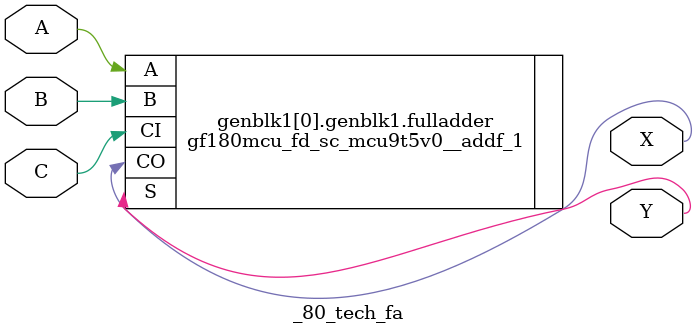
<source format=v>

(* techmap_celltype = "$fa" *)
module _80_tech_fa (A, B, C, X, Y);
  parameter WIDTH = 1;
  (* force_downto *)
    input [WIDTH-1 : 0] A, B, C;
  (* force_downto *)
    output [WIDTH-1 : 0] X, Y;
  
  parameter _TECHMAP_CONSTVAL_A_ = WIDTH'bx;
  parameter _TECHMAP_CONSTVAL_B_ = WIDTH'bx;
  parameter _TECHMAP_CONSTVAL_C_ = WIDTH'bx;
  
  genvar i;
  generate for (i = 0; i < WIDTH; i = i + 1) begin
      if (_TECHMAP_CONSTVAL_A_[i] === 1'b0 || _TECHMAP_CONSTVAL_B_[i] === 1'b0 || _TECHMAP_CONSTVAL_C_[i] === 1'b0) begin
        if (_TECHMAP_CONSTVAL_C_[i] === 1'b0) begin
          gf180mcu_fd_sc_mcu9t5v0__addh_1 halfadder_Cconst (
              .A(A[i]),
              .B(B[i]),
              .CO(X[i]), .S(Y[i])
            );
        end 
        else begin
          if (_TECHMAP_CONSTVAL_B_[i] === 1'b0) begin
            gf180mcu_fd_sc_mcu9t5v0__addh_1 halfadder_Bconst (
                .A(A[i]),
                .B(C[i]),
                .CO(X[i]), .S(Y[i])
              );
          end
          else begin
            gf180mcu_fd_sc_mcu9t5v0__addh_1 halfadder_Aconst (
                .A(B[i]),
                .B(C[i]),
                .CO(X[i]), .S(Y[i])
              );
          end
        end
      end
      else begin
        gf180mcu_fd_sc_mcu9t5v0__addf_1 fulladder (
            .A(A[i]), .B(B[i]), .CI(C[i]), .CO(X[i]), .S(Y[i])
          );
      end
    end endgenerate

endmodule

</source>
